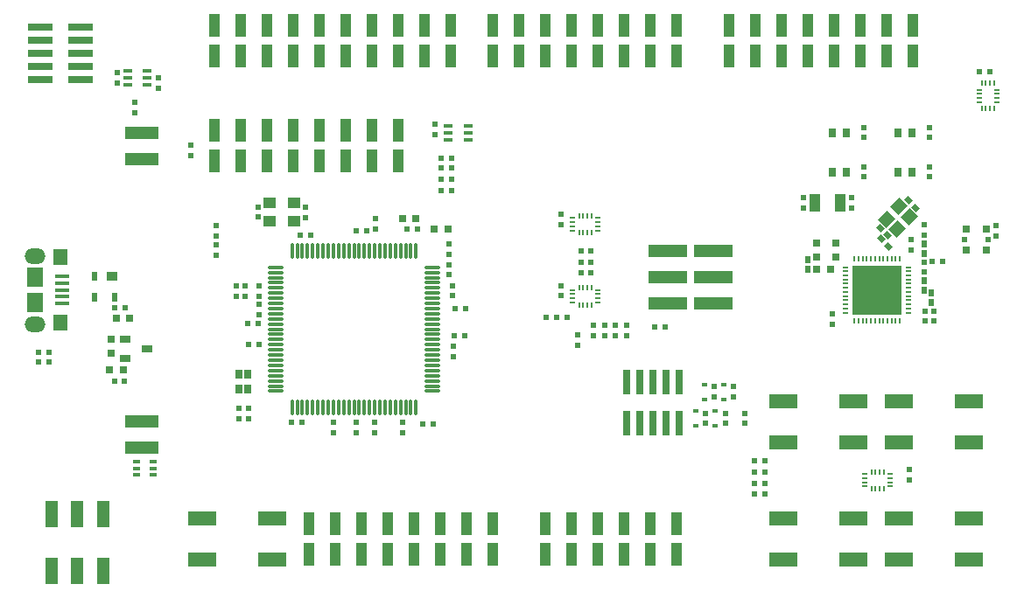
<source format=gtp>
G04 Layer_Color=8421504*
%FSLAX24Y24*%
%MOIN*%
G70*
G01*
G75*
%ADD18R,0.0394X0.0709*%
%ADD20R,0.0217X0.0236*%
%ADD21R,0.0197X0.0236*%
%ADD22R,0.0197X0.0157*%
%ADD23R,0.0236X0.0217*%
%ADD26R,0.0354X0.0138*%
%ADD27R,0.0400X0.0300*%
%ADD28R,0.0300X0.0320*%
%ADD29R,0.0315X0.0295*%
%ADD30R,0.0228X0.0197*%
%ADD31R,0.0256X0.0335*%
%ADD32R,0.0532X0.0157*%
%ADD33R,0.0551X0.0630*%
%ADD34R,0.0610X0.0748*%
%ADD35R,0.0394X0.0335*%
%ADD36R,0.0236X0.0335*%
%ADD37R,0.0276X0.0118*%
%ADD38R,0.0472X0.0433*%
%ADD39O,0.0650X0.0118*%
%ADD40O,0.0118X0.0650*%
%ADD41O,0.0256X0.0079*%
%ADD42O,0.0079X0.0256*%
%ADD43R,0.1850X0.1850*%
G04:AMPARAMS|DCode=44|XSize=47.2mil|YSize=43.3mil|CornerRadius=0mil|HoleSize=0mil|Usage=FLASHONLY|Rotation=225.000|XOffset=0mil|YOffset=0mil|HoleType=Round|Shape=Rectangle|*
%AMROTATEDRECTD44*
4,1,4,0.0014,0.0320,0.0320,0.0014,-0.0014,-0.0320,-0.0320,-0.0014,0.0014,0.0320,0.0*
%
%ADD44ROTATEDRECTD44*%

%ADD45R,0.0295X0.0315*%
%ADD46R,0.0197X0.0256*%
%ADD47R,0.0315X0.0295*%
%ADD48R,0.1500X0.0500*%
%ADD49R,0.0402X0.0862*%
%ADD50R,0.1083X0.0551*%
%ADD51R,0.0472X0.0984*%
%ADD52R,0.0945X0.0299*%
%ADD54R,0.1252X0.0500*%
G04:AMPARAMS|DCode=55|XSize=19.7mil|YSize=23.6mil|CornerRadius=0mil|HoleSize=0mil|Usage=FLASHONLY|Rotation=45.000|XOffset=0mil|YOffset=0mil|HoleType=Round|Shape=Rectangle|*
%AMROTATEDRECTD55*
4,1,4,0.0014,-0.0153,-0.0153,0.0014,-0.0014,0.0153,0.0153,-0.0014,0.0014,-0.0153,0.0*
%
%ADD55ROTATEDRECTD55*%

%ADD56R,0.0236X0.0197*%
%ADD57R,0.0299X0.0945*%
%ADD87O,0.0787X0.0591*%
%ADD88O,0.0240X0.0071*%
%ADD89O,0.0071X0.0240*%
D18*
X30268Y3319D02*
D03*
X31252D02*
D03*
D20*
X27620Y-5097D02*
D03*
Y-4703D02*
D03*
X27180Y-3693D02*
D03*
Y-4087D02*
D03*
X26440Y-3693D02*
D03*
Y-4087D02*
D03*
X26120Y-4703D02*
D03*
Y-5097D02*
D03*
X26860Y-4703D02*
D03*
Y-5097D02*
D03*
X21240Y-1713D02*
D03*
Y-2107D02*
D03*
X7460Y1327D02*
D03*
Y1721D02*
D03*
Y2063D02*
D03*
Y2456D02*
D03*
X13506Y-5053D02*
D03*
Y-5447D02*
D03*
X12796Y-5053D02*
D03*
Y-5447D02*
D03*
X16336Y1737D02*
D03*
Y1343D02*
D03*
X8576Y-237D02*
D03*
Y157D02*
D03*
X8703Y-4907D02*
D03*
Y-4513D02*
D03*
X8329Y-4907D02*
D03*
Y-4513D02*
D03*
X3720Y7883D02*
D03*
Y8277D02*
D03*
X32150Y4697D02*
D03*
Y4303D02*
D03*
X34650D02*
D03*
Y4697D02*
D03*
Y5803D02*
D03*
Y6197D02*
D03*
X32150Y5803D02*
D03*
Y6197D02*
D03*
X6520Y5517D02*
D03*
Y5123D02*
D03*
X4360Y7157D02*
D03*
Y6763D02*
D03*
X5260Y7693D02*
D03*
Y8087D02*
D03*
X15820Y5933D02*
D03*
Y6327D02*
D03*
D21*
X23100Y-1363D02*
D03*
Y-1757D02*
D03*
X22680Y-1757D02*
D03*
Y-1363D02*
D03*
X22260Y-1757D02*
D03*
Y-1363D02*
D03*
X21840Y-1363D02*
D03*
Y-1757D02*
D03*
X37190Y2043D02*
D03*
Y2437D02*
D03*
X14576Y-5447D02*
D03*
Y-5053D02*
D03*
X11936Y-5447D02*
D03*
Y-5053D02*
D03*
X34490Y-1197D02*
D03*
Y-803D02*
D03*
X30930Y-1317D02*
D03*
Y-923D02*
D03*
X33940Y1523D02*
D03*
Y1917D02*
D03*
X34440Y2093D02*
D03*
Y2487D02*
D03*
Y673D02*
D03*
Y1067D02*
D03*
X34820Y-1197D02*
D03*
Y-803D02*
D03*
X9066Y2773D02*
D03*
Y3167D02*
D03*
X9096Y-237D02*
D03*
Y157D02*
D03*
X8226Y-237D02*
D03*
Y157D02*
D03*
X16336Y967D02*
D03*
Y573D02*
D03*
X16486Y-227D02*
D03*
Y167D02*
D03*
X16516Y-2143D02*
D03*
Y-2537D02*
D03*
X9096Y-957D02*
D03*
Y-563D02*
D03*
X31660Y3516D02*
D03*
Y3122D02*
D03*
X29850Y3526D02*
D03*
X29850Y3132D02*
D03*
X20610Y167D02*
D03*
Y-227D02*
D03*
X33890Y-6863D02*
D03*
Y-7256D02*
D03*
X20620Y2877D02*
D03*
Y2483D02*
D03*
X13556Y2707D02*
D03*
Y2313D02*
D03*
X10886Y2743D02*
D03*
Y3137D02*
D03*
D22*
X26070Y-4166D02*
D03*
Y-3614D02*
D03*
X26810Y-4166D02*
D03*
Y-3614D02*
D03*
X26490Y-5176D02*
D03*
Y-4624D02*
D03*
X25750Y-5176D02*
D03*
Y-4624D02*
D03*
D23*
X27971Y-7790D02*
D03*
X28365Y-7790D02*
D03*
X27971Y-7370D02*
D03*
X28365D02*
D03*
X27971Y-6950D02*
D03*
X28365D02*
D03*
X27971Y-6530D02*
D03*
X28365Y-6530D02*
D03*
X20444Y-1060D02*
D03*
X20051D02*
D03*
X20837D02*
D03*
X20443D02*
D03*
X16983Y-700D02*
D03*
X16589D02*
D03*
X15333Y-5130D02*
D03*
X15727D02*
D03*
X703Y-2380D02*
D03*
X1097D02*
D03*
X16053Y5010D02*
D03*
X16447D02*
D03*
X16053Y3800D02*
D03*
X16447D02*
D03*
X16053Y4640D02*
D03*
X16447D02*
D03*
X16053Y4220D02*
D03*
X16447D02*
D03*
X24567Y-1400D02*
D03*
X24173D02*
D03*
X21757Y1062D02*
D03*
X21363D02*
D03*
X21757Y642D02*
D03*
X21363D02*
D03*
X21757Y1482D02*
D03*
X21363D02*
D03*
D26*
X4844Y8080D02*
D03*
Y8336D02*
D03*
Y7824D02*
D03*
X4096Y8080D02*
D03*
Y8336D02*
D03*
Y7824D02*
D03*
X16316Y5734D02*
D03*
X16316Y5990D02*
D03*
X16316Y6246D02*
D03*
X17064D02*
D03*
Y5990D02*
D03*
Y5734D02*
D03*
D27*
X4827Y-2244D02*
D03*
X4000Y-1870D02*
D03*
Y-2618D02*
D03*
D28*
X33429Y6000D02*
D03*
X33979D02*
D03*
X31479D02*
D03*
X30929D02*
D03*
X31479Y4500D02*
D03*
X30929D02*
D03*
X33979D02*
D03*
X33429D02*
D03*
D29*
X36794Y2324D02*
D03*
Y1516D02*
D03*
X36046Y2324D02*
D03*
Y1516D02*
D03*
D30*
X36877Y1920D02*
D03*
X35963D02*
D03*
D31*
X8683Y-3225D02*
D03*
Y-3795D02*
D03*
X8349Y-3225D02*
D03*
Y-3795D02*
D03*
D32*
X1618Y256D02*
D03*
Y512D02*
D03*
Y0D02*
D03*
Y-512D02*
D03*
Y-256D02*
D03*
D33*
X1530Y1260D02*
D03*
Y-1260D02*
D03*
D34*
X565Y-472D02*
D03*
Y472D02*
D03*
D35*
X3521Y534D02*
D03*
D36*
X2852Y-274D02*
D03*
X3600D02*
D03*
X2852Y534D02*
D03*
D37*
X5080Y-6548D02*
D03*
Y-6804D02*
D03*
Y-7060D02*
D03*
X4450Y-6804D02*
D03*
Y-6548D02*
D03*
Y-7060D02*
D03*
D38*
X10446Y3311D02*
D03*
Y2609D02*
D03*
X9506Y3311D02*
D03*
Y2609D02*
D03*
D39*
X15708Y665D02*
D03*
Y862D02*
D03*
Y-122D02*
D03*
Y468D02*
D03*
Y75D02*
D03*
Y272D02*
D03*
Y-1106D02*
D03*
Y-909D02*
D03*
Y-1500D02*
D03*
Y-1303D02*
D03*
Y-516D02*
D03*
Y-319D02*
D03*
Y-713D02*
D03*
Y-1894D02*
D03*
Y-1697D02*
D03*
Y-2287D02*
D03*
Y-2091D02*
D03*
Y-2484D02*
D03*
Y-3469D02*
D03*
Y-3272D02*
D03*
Y-3862D02*
D03*
Y-3665D02*
D03*
Y-2878D02*
D03*
Y-2681D02*
D03*
Y-3075D02*
D03*
X9744Y862D02*
D03*
Y665D02*
D03*
Y-516D02*
D03*
Y-319D02*
D03*
Y-909D02*
D03*
Y-713D02*
D03*
Y272D02*
D03*
Y468D02*
D03*
Y-122D02*
D03*
Y75D02*
D03*
Y-1894D02*
D03*
Y-1697D02*
D03*
Y-2287D02*
D03*
Y-2091D02*
D03*
Y-1303D02*
D03*
Y-1106D02*
D03*
Y-1500D02*
D03*
Y-3075D02*
D03*
Y-2484D02*
D03*
Y-2878D02*
D03*
Y-2681D02*
D03*
Y-3469D02*
D03*
Y-3665D02*
D03*
Y-3272D02*
D03*
Y-3862D02*
D03*
D40*
X15088Y1482D02*
D03*
X14891D02*
D03*
X14301D02*
D03*
X14104D02*
D03*
X14695D02*
D03*
X14498D02*
D03*
X13513D02*
D03*
X13317D02*
D03*
X13907D02*
D03*
X13710D02*
D03*
X13120D02*
D03*
X12923D02*
D03*
X12726D02*
D03*
X12529D02*
D03*
X12332D02*
D03*
X13317Y-4482D02*
D03*
X13120D02*
D03*
X13710D02*
D03*
X13513D02*
D03*
X12726D02*
D03*
X12529D02*
D03*
X12923D02*
D03*
X14695D02*
D03*
X14498D02*
D03*
X15088D02*
D03*
X14891D02*
D03*
X14104D02*
D03*
X13907D02*
D03*
X14301D02*
D03*
X11742Y1482D02*
D03*
X11545D02*
D03*
X12136D02*
D03*
X11939D02*
D03*
X10561D02*
D03*
X11348D02*
D03*
X11151D02*
D03*
X10954D02*
D03*
X10758D02*
D03*
X10364D02*
D03*
X11939Y-4482D02*
D03*
X11742D02*
D03*
X12332D02*
D03*
X12136D02*
D03*
X10954D02*
D03*
X11151D02*
D03*
X10758D02*
D03*
X11545D02*
D03*
X11348D02*
D03*
X10561D02*
D03*
X10364D02*
D03*
D41*
X33841Y866D02*
D03*
Y551D02*
D03*
Y709D02*
D03*
Y236D02*
D03*
Y394D02*
D03*
Y-79D02*
D03*
Y79D02*
D03*
Y-236D02*
D03*
Y-551D02*
D03*
Y-394D02*
D03*
Y-866D02*
D03*
Y-709D02*
D03*
X31459Y709D02*
D03*
Y866D02*
D03*
Y79D02*
D03*
Y236D02*
D03*
Y-79D02*
D03*
Y551D02*
D03*
Y394D02*
D03*
Y-551D02*
D03*
Y-236D02*
D03*
Y-394D02*
D03*
Y-709D02*
D03*
Y-866D02*
D03*
D42*
X33516Y1191D02*
D03*
X33201D02*
D03*
X33044D02*
D03*
X33359D02*
D03*
X32729D02*
D03*
X32571D02*
D03*
X32886D02*
D03*
X33516Y-1191D02*
D03*
X33359D02*
D03*
X33201D02*
D03*
X32886D02*
D03*
X32729D02*
D03*
X33044D02*
D03*
X32414D02*
D03*
X32571D02*
D03*
X32256Y1191D02*
D03*
X32099D02*
D03*
X32414D02*
D03*
X31941D02*
D03*
X31784D02*
D03*
X32099Y-1191D02*
D03*
X31941D02*
D03*
X32256D02*
D03*
X31784D02*
D03*
D43*
X32650Y0D02*
D03*
D44*
X33872Y2782D02*
D03*
X33482Y3171D02*
D03*
X33398Y2308D02*
D03*
X33009Y2698D02*
D03*
D45*
X30876Y800D02*
D03*
X30344D02*
D03*
X3956Y-3060D02*
D03*
X3424D02*
D03*
X16316Y2310D02*
D03*
X15784D02*
D03*
X3660Y-1090D02*
D03*
X4192D02*
D03*
X15092Y2730D02*
D03*
X14560D02*
D03*
D46*
X30010Y773D02*
D03*
Y1147D02*
D03*
X34440Y1393D02*
D03*
Y1767D02*
D03*
X34720Y-477D02*
D03*
Y-103D02*
D03*
X34440Y-27D02*
D03*
Y347D02*
D03*
D47*
X30350Y1776D02*
D03*
Y1244D02*
D03*
X31060Y1776D02*
D03*
Y1244D02*
D03*
X3470Y-1884D02*
D03*
Y-2416D02*
D03*
D48*
X26425Y1500D02*
D03*
Y500D02*
D03*
Y-500D02*
D03*
X24675Y1500D02*
D03*
Y500D02*
D03*
Y-500D02*
D03*
D49*
X25000Y-8923D02*
D03*
X24000D02*
D03*
X22000D02*
D03*
X23000D02*
D03*
X24000Y-10077D02*
D03*
X23000D02*
D03*
X25000D02*
D03*
X21000D02*
D03*
X22000D02*
D03*
X21000Y-8923D02*
D03*
X20000D02*
D03*
Y-10077D02*
D03*
X16400Y10077D02*
D03*
X15400D02*
D03*
X14400D02*
D03*
X12400D02*
D03*
X11400D02*
D03*
X13400D02*
D03*
X16400Y8923D02*
D03*
X15400D02*
D03*
X13400Y8923D02*
D03*
X12400Y8923D02*
D03*
X14400Y8923D02*
D03*
X10400Y10077D02*
D03*
X9400D02*
D03*
X8400D02*
D03*
X7400D02*
D03*
X11400Y8923D02*
D03*
X10400D02*
D03*
X9400D02*
D03*
X8400Y8923D02*
D03*
X7400D02*
D03*
X34000Y10077D02*
D03*
X32000D02*
D03*
X31000D02*
D03*
X33000D02*
D03*
X34000Y8923D02*
D03*
X33000D02*
D03*
X31000D02*
D03*
X30000D02*
D03*
X32000D02*
D03*
X30000Y10077D02*
D03*
X29000D02*
D03*
X28000D02*
D03*
X27000D02*
D03*
X29000Y8923D02*
D03*
X27000Y8923D02*
D03*
X28000D02*
D03*
X14400Y6077D02*
D03*
X13400D02*
D03*
X11400D02*
D03*
X10400D02*
D03*
X12400D02*
D03*
X13400Y4923D02*
D03*
X12400D02*
D03*
X14400D02*
D03*
X10400D02*
D03*
X9400D02*
D03*
X11400D02*
D03*
X9400Y6077D02*
D03*
X8400D02*
D03*
X7400D02*
D03*
X8400Y4923D02*
D03*
X7400D02*
D03*
X13000Y-10077D02*
D03*
X17000D02*
D03*
X13000Y-8923D02*
D03*
X17000D02*
D03*
X12000Y-10077D02*
D03*
X11000D02*
D03*
X16000D02*
D03*
X15000D02*
D03*
X18000D02*
D03*
X12000Y-8923D02*
D03*
X11000D02*
D03*
X16000Y-8923D02*
D03*
X15000Y-8923D02*
D03*
X18000D02*
D03*
X14000Y-10077D02*
D03*
Y-8923D02*
D03*
X23000Y10077D02*
D03*
X19000D02*
D03*
X23000Y8923D02*
D03*
X19000D02*
D03*
X24000Y10077D02*
D03*
X25000D02*
D03*
X20000D02*
D03*
X21000D02*
D03*
X18000D02*
D03*
X24000Y8923D02*
D03*
X25000D02*
D03*
X20000Y8923D02*
D03*
X21000Y8923D02*
D03*
X18000D02*
D03*
X22000Y10077D02*
D03*
Y8923D02*
D03*
D50*
X31749Y-4252D02*
D03*
Y-5827D02*
D03*
X29091D02*
D03*
Y-4252D02*
D03*
X36149D02*
D03*
Y-5827D02*
D03*
X33491Y-4252D02*
D03*
Y-5827D02*
D03*
X9599Y-8713D02*
D03*
Y-10287D02*
D03*
X6941Y-8713D02*
D03*
Y-10287D02*
D03*
X36149Y-8722D02*
D03*
Y-10297D02*
D03*
X33491Y-8722D02*
D03*
Y-10297D02*
D03*
X31749Y-8722D02*
D03*
Y-10297D02*
D03*
X29091Y-8722D02*
D03*
Y-10297D02*
D03*
D51*
X3164Y-8547D02*
D03*
X2180D02*
D03*
X3164Y-10713D02*
D03*
X2180D02*
D03*
X1196Y-8547D02*
D03*
Y-10713D02*
D03*
D52*
X2298Y8510D02*
D03*
Y9010D02*
D03*
Y10010D02*
D03*
Y9510D02*
D03*
Y8010D02*
D03*
X762Y10010D02*
D03*
Y9510D02*
D03*
Y9010D02*
D03*
Y8510D02*
D03*
Y8010D02*
D03*
D54*
X4650Y-5000D02*
D03*
Y-6000D02*
D03*
Y6000D02*
D03*
Y5000D02*
D03*
D55*
X34109Y3131D02*
D03*
X33831Y3409D02*
D03*
X33079Y1661D02*
D03*
X32801Y1939D02*
D03*
X33059Y2081D02*
D03*
X32781Y2359D02*
D03*
D56*
X35147Y1090D02*
D03*
X34753D02*
D03*
X3987Y-3480D02*
D03*
X3593D02*
D03*
X703Y-2740D02*
D03*
X1097D02*
D03*
X11073Y2080D02*
D03*
X10679D02*
D03*
X15133Y2330D02*
D03*
X14739D02*
D03*
X10753Y-5060D02*
D03*
X10359D02*
D03*
X16943Y-1760D02*
D03*
X16549D02*
D03*
X9113Y-2080D02*
D03*
X8719D02*
D03*
X9083Y-1280D02*
D03*
X8689D02*
D03*
X4013Y-690D02*
D03*
X3619D02*
D03*
X13193Y2250D02*
D03*
X12799D02*
D03*
X36553Y8330D02*
D03*
X36947D02*
D03*
D57*
X25120Y-5066D02*
D03*
X24620D02*
D03*
X24120D02*
D03*
X23620D02*
D03*
X23120D02*
D03*
X25120Y-3531D02*
D03*
X24620D02*
D03*
X24120D02*
D03*
X23620D02*
D03*
X23120D02*
D03*
D87*
X565Y1299D02*
D03*
Y-1299D02*
D03*
D88*
X33152Y-7023D02*
D03*
Y-7338D02*
D03*
Y-7181D02*
D03*
Y-7496D02*
D03*
X32188Y-7023D02*
D03*
Y-7338D02*
D03*
Y-7181D02*
D03*
Y-7496D02*
D03*
X36545Y7626D02*
D03*
Y7469D02*
D03*
Y7311D02*
D03*
Y7154D02*
D03*
X37195D02*
D03*
Y7311D02*
D03*
Y7469D02*
D03*
Y7626D02*
D03*
X22012Y-476D02*
D03*
Y-319D02*
D03*
Y-161D02*
D03*
Y-4D02*
D03*
X21048D02*
D03*
Y-161D02*
D03*
Y-319D02*
D03*
Y-476D02*
D03*
X22012Y2264D02*
D03*
Y2421D02*
D03*
Y2579D02*
D03*
Y2736D02*
D03*
X21048D02*
D03*
Y2579D02*
D03*
Y2421D02*
D03*
Y2264D02*
D03*
D89*
X32906Y-6935D02*
D03*
X32749D02*
D03*
X32906Y-7584D02*
D03*
X32749D02*
D03*
X32591D02*
D03*
Y-6935D02*
D03*
X32434Y-6935D02*
D03*
Y-7584D02*
D03*
X36634Y6908D02*
D03*
X36791D02*
D03*
X36949D02*
D03*
X37106D02*
D03*
Y7872D02*
D03*
X36949D02*
D03*
X36791D02*
D03*
X36634D02*
D03*
X21294Y-565D02*
D03*
X21451D02*
D03*
X21609D02*
D03*
X21766Y-565D02*
D03*
Y85D02*
D03*
X21609D02*
D03*
X21451D02*
D03*
X21294D02*
D03*
Y2175D02*
D03*
X21451D02*
D03*
X21609D02*
D03*
X21766Y2175D02*
D03*
Y2825D02*
D03*
X21609D02*
D03*
X21451D02*
D03*
X21294D02*
D03*
M02*

</source>
